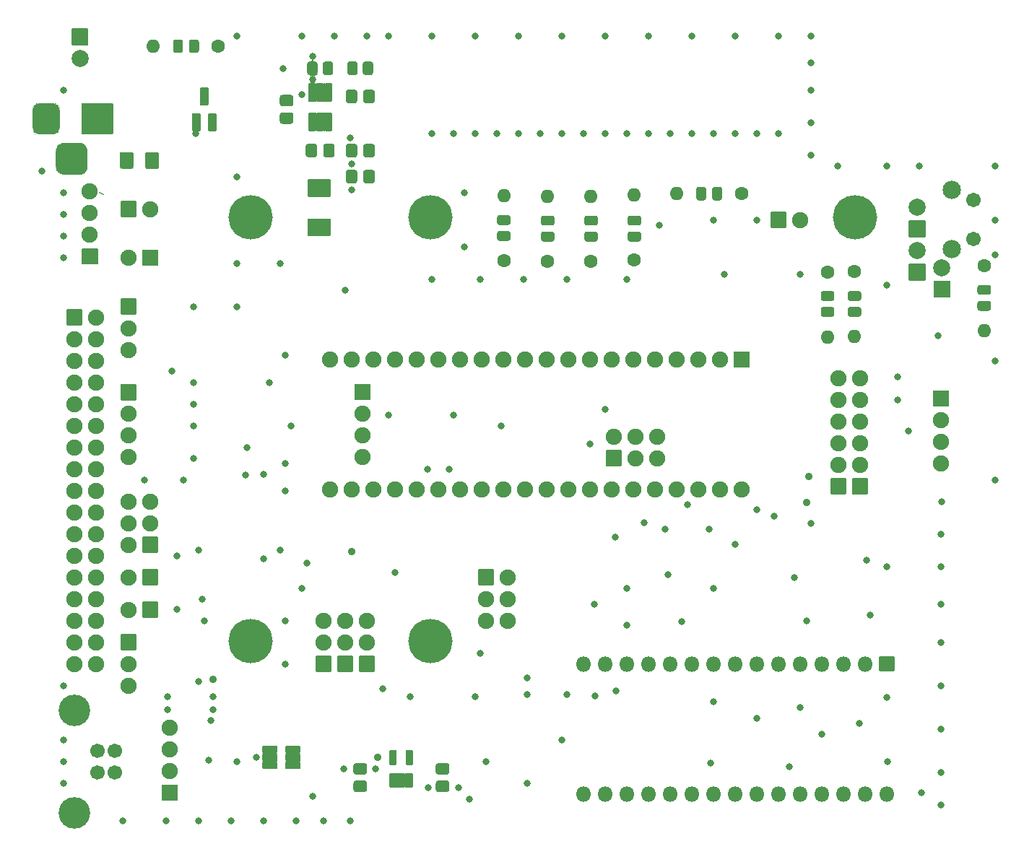
<source format=gbr>
G04 #@! TF.GenerationSoftware,KiCad,Pcbnew,(5.1.9)-1*
G04 #@! TF.CreationDate,2021-03-23T21:01:37+00:00*
G04 #@! TF.ProjectId,Greaseweazle F1 Gotek Rev 2B,47726561-7365-4776-9561-7a6c65204631,2B*
G04 #@! TF.SameCoordinates,PX6312cb0PY6bcb370*
G04 #@! TF.FileFunction,Soldermask,Top*
G04 #@! TF.FilePolarity,Negative*
%FSLAX46Y46*%
G04 Gerber Fmt 4.6, Leading zero omitted, Abs format (unit mm)*
G04 Created by KiCad (PCBNEW (5.1.9)-1) date 2021-03-23 21:01:37*
%MOMM*%
%LPD*%
G01*
G04 APERTURE LIST*
%ADD10C,0.120000*%
%ADD11C,1.900000*%
%ADD12O,1.900000X1.900000*%
%ADD13C,2.000000*%
%ADD14C,5.200000*%
%ADD15C,1.600000*%
%ADD16O,1.600000X1.600000*%
%ADD17O,1.800000X1.800000*%
%ADD18C,1.701140*%
%ADD19C,3.700120*%
%ADD20C,2.150000*%
%ADD21C,1.708000*%
%ADD22C,0.800000*%
%ADD23C,0.900000*%
%ADD24C,0.100000*%
G04 APERTURE END LIST*
D10*
X-2667000Y55118000D02*
X-3175000Y55372000D01*
X-2667000Y55118000D02*
X-3175000Y55372000D01*
D11*
X57150000Y26657300D03*
X59690000Y26657300D03*
X62230000Y26593800D03*
G36*
G01*
X56300000Y25067300D02*
X58000000Y25067300D01*
G75*
G02*
X58100000Y24967300I0J-100000D01*
G01*
X58100000Y23267300D01*
G75*
G02*
X58000000Y23167300I-100000J0D01*
G01*
X56300000Y23167300D01*
G75*
G02*
X56200000Y23267300I0J100000D01*
G01*
X56200000Y24967300D01*
G75*
G02*
X56300000Y25067300I100000J0D01*
G01*
G37*
X62230000Y24117300D03*
X59690000Y24117300D03*
X23876000Y35687000D03*
X23876000Y20447000D03*
X26416000Y35687000D03*
X26416000Y20447000D03*
X28956000Y35687000D03*
X28956000Y20447000D03*
X31496000Y35687000D03*
X31496000Y20447000D03*
X34036000Y35687000D03*
X34036000Y20447000D03*
X36576000Y35687000D03*
X36576000Y20447000D03*
X39116000Y35687000D03*
X39116000Y20447000D03*
X41656000Y35687000D03*
X41656000Y20447000D03*
X44196000Y35687000D03*
X44196000Y20447000D03*
X46736000Y35687000D03*
X46736000Y20447000D03*
X49276000Y35687000D03*
X49276000Y20447000D03*
X51816000Y35687000D03*
X51816000Y20447000D03*
X54356000Y35687000D03*
X54356000Y20447000D03*
X56896000Y35687000D03*
X56896000Y20447000D03*
X59436000Y35687000D03*
X59436000Y20447000D03*
X61976000Y35687000D03*
X61976000Y20447000D03*
X64516000Y35687000D03*
X64516000Y20447000D03*
X67056000Y35687000D03*
X67056000Y20447000D03*
X69596000Y35687000D03*
X69596000Y20447000D03*
G36*
G01*
X71286000Y36637000D02*
X72986000Y36637000D01*
G75*
G02*
X73086000Y36537000I0J-100000D01*
G01*
X73086000Y34837000D01*
G75*
G02*
X72986000Y34737000I-100000J0D01*
G01*
X71286000Y34737000D01*
G75*
G02*
X71186000Y34837000I0J100000D01*
G01*
X71186000Y36537000D01*
G75*
G02*
X71286000Y36637000I100000J0D01*
G01*
G37*
X72136000Y20447000D03*
X27686000Y24257000D03*
X27686000Y26797000D03*
X27686000Y29337000D03*
G36*
G01*
X26836000Y32827000D02*
X28536000Y32827000D01*
G75*
G02*
X28636000Y32727000I0J-100000D01*
G01*
X28636000Y31027000D01*
G75*
G02*
X28536000Y30927000I-100000J0D01*
G01*
X26836000Y30927000D01*
G75*
G02*
X26736000Y31027000I0J100000D01*
G01*
X26736000Y32727000D01*
G75*
G02*
X26836000Y32827000I100000J0D01*
G01*
G37*
G36*
G01*
X849000Y59744913D02*
X849000Y58365087D01*
G75*
G02*
X563913Y58080000I-285087J0D01*
G01*
X-490913Y58080000D01*
G75*
G02*
X-776000Y58365087I0J285087D01*
G01*
X-776000Y59744913D01*
G75*
G02*
X-490913Y60030000I285087J0D01*
G01*
X563913Y60030000D01*
G75*
G02*
X849000Y59744913I0J-285087D01*
G01*
G37*
G36*
G01*
X3824000Y59744913D02*
X3824000Y58365087D01*
G75*
G02*
X3538913Y58080000I-285087J0D01*
G01*
X2484087Y58080000D01*
G75*
G02*
X2199000Y58365087I0J285087D01*
G01*
X2199000Y59744913D01*
G75*
G02*
X2484087Y60030000I285087J0D01*
G01*
X3538913Y60030000D01*
G75*
G02*
X3824000Y59744913I0J-285087D01*
G01*
G37*
X83489800Y33528000D03*
X83489800Y30988000D03*
X83489800Y28448000D03*
X83489800Y25908000D03*
X83489800Y23368000D03*
G36*
G01*
X82539800Y19978000D02*
X82539800Y21678000D01*
G75*
G02*
X82639800Y21778000I100000J0D01*
G01*
X84339800Y21778000D01*
G75*
G02*
X84439800Y21678000I0J-100000D01*
G01*
X84439800Y19978000D01*
G75*
G02*
X84339800Y19878000I-100000J0D01*
G01*
X82639800Y19878000D01*
G75*
G02*
X82539800Y19978000I0J100000D01*
G01*
G37*
G36*
G01*
X23358000Y64668000D02*
X24008000Y64668000D01*
G75*
G02*
X24108000Y64568000I0J-100000D01*
G01*
X24108000Y62568000D01*
G75*
G02*
X24008000Y62468000I-100000J0D01*
G01*
X23358000Y62468000D01*
G75*
G02*
X23258000Y62568000I0J100000D01*
G01*
X23258000Y64568000D01*
G75*
G02*
X23358000Y64668000I100000J0D01*
G01*
G37*
G36*
G01*
X22408000Y64668000D02*
X23058000Y64668000D01*
G75*
G02*
X23158000Y64568000I0J-100000D01*
G01*
X23158000Y62568000D01*
G75*
G02*
X23058000Y62468000I-100000J0D01*
G01*
X22408000Y62468000D01*
G75*
G02*
X22308000Y62568000I0J100000D01*
G01*
X22308000Y64568000D01*
G75*
G02*
X22408000Y64668000I100000J0D01*
G01*
G37*
G36*
G01*
X21458000Y64668000D02*
X22108000Y64668000D01*
G75*
G02*
X22208000Y64568000I0J-100000D01*
G01*
X22208000Y62568000D01*
G75*
G02*
X22108000Y62468000I-100000J0D01*
G01*
X21458000Y62468000D01*
G75*
G02*
X21358000Y62568000I0J100000D01*
G01*
X21358000Y64568000D01*
G75*
G02*
X21458000Y64668000I100000J0D01*
G01*
G37*
G36*
G01*
X21458000Y68088000D02*
X22108000Y68088000D01*
G75*
G02*
X22208000Y67988000I0J-100000D01*
G01*
X22208000Y65988000D01*
G75*
G02*
X22108000Y65888000I-100000J0D01*
G01*
X21458000Y65888000D01*
G75*
G02*
X21358000Y65988000I0J100000D01*
G01*
X21358000Y67988000D01*
G75*
G02*
X21458000Y68088000I100000J0D01*
G01*
G37*
G36*
G01*
X22408000Y68088000D02*
X23058000Y68088000D01*
G75*
G02*
X23158000Y67988000I0J-100000D01*
G01*
X23158000Y65988000D01*
G75*
G02*
X23058000Y65888000I-100000J0D01*
G01*
X22408000Y65888000D01*
G75*
G02*
X22308000Y65988000I0J100000D01*
G01*
X22308000Y67988000D01*
G75*
G02*
X22408000Y68088000I100000J0D01*
G01*
G37*
G36*
G01*
X23358000Y68088000D02*
X24008000Y68088000D01*
G75*
G02*
X24108000Y67988000I0J-100000D01*
G01*
X24108000Y65988000D01*
G75*
G02*
X24008000Y65888000I-100000J0D01*
G01*
X23358000Y65888000D01*
G75*
G02*
X23258000Y65988000I0J100000D01*
G01*
X23258000Y67988000D01*
G75*
G02*
X23358000Y68088000I100000J0D01*
G01*
G37*
G36*
G01*
X18656400Y-11297800D02*
X18656400Y-10647800D01*
G75*
G02*
X18756400Y-10547800I100000J0D01*
G01*
X20316400Y-10547800D01*
G75*
G02*
X20416400Y-10647800I0J-100000D01*
G01*
X20416400Y-11297800D01*
G75*
G02*
X20316400Y-11397800I-100000J0D01*
G01*
X18756400Y-11397800D01*
G75*
G02*
X18656400Y-11297800I0J100000D01*
G01*
G37*
G36*
G01*
X18656400Y-10347800D02*
X18656400Y-9697800D01*
G75*
G02*
X18756400Y-9597800I100000J0D01*
G01*
X20316400Y-9597800D01*
G75*
G02*
X20416400Y-9697800I0J-100000D01*
G01*
X20416400Y-10347800D01*
G75*
G02*
X20316400Y-10447800I-100000J0D01*
G01*
X18756400Y-10447800D01*
G75*
G02*
X18656400Y-10347800I0J100000D01*
G01*
G37*
G36*
G01*
X18656400Y-12247800D02*
X18656400Y-11597800D01*
G75*
G02*
X18756400Y-11497800I100000J0D01*
G01*
X20316400Y-11497800D01*
G75*
G02*
X20416400Y-11597800I0J-100000D01*
G01*
X20416400Y-12247800D01*
G75*
G02*
X20316400Y-12347800I-100000J0D01*
G01*
X18756400Y-12347800D01*
G75*
G02*
X18656400Y-12247800I0J100000D01*
G01*
G37*
G36*
G01*
X15956400Y-12247800D02*
X15956400Y-11597800D01*
G75*
G02*
X16056400Y-11497800I100000J0D01*
G01*
X17616400Y-11497800D01*
G75*
G02*
X17716400Y-11597800I0J-100000D01*
G01*
X17716400Y-12247800D01*
G75*
G02*
X17616400Y-12347800I-100000J0D01*
G01*
X16056400Y-12347800D01*
G75*
G02*
X15956400Y-12247800I0J100000D01*
G01*
G37*
G36*
G01*
X15956400Y-11297800D02*
X15956400Y-10647800D01*
G75*
G02*
X16056400Y-10547800I100000J0D01*
G01*
X17616400Y-10547800D01*
G75*
G02*
X17716400Y-10647800I0J-100000D01*
G01*
X17716400Y-11297800D01*
G75*
G02*
X17616400Y-11397800I-100000J0D01*
G01*
X16056400Y-11397800D01*
G75*
G02*
X15956400Y-11297800I0J100000D01*
G01*
G37*
G36*
G01*
X15956400Y-10347800D02*
X15956400Y-9697800D01*
G75*
G02*
X16056400Y-9597800I100000J0D01*
G01*
X17616400Y-9597800D01*
G75*
G02*
X17716400Y-9697800I0J-100000D01*
G01*
X17716400Y-10347800D01*
G75*
G02*
X17616400Y-10447800I-100000J0D01*
G01*
X16056400Y-10447800D01*
G75*
G02*
X15956400Y-10347800I0J100000D01*
G01*
G37*
G36*
G01*
X9544000Y65474000D02*
X8744000Y65474000D01*
G75*
G02*
X8644000Y65574000I0J100000D01*
G01*
X8644000Y67474000D01*
G75*
G02*
X8744000Y67574000I100000J0D01*
G01*
X9544000Y67574000D01*
G75*
G02*
X9644000Y67474000I0J-100000D01*
G01*
X9644000Y65574000D01*
G75*
G02*
X9544000Y65474000I-100000J0D01*
G01*
G37*
G36*
G01*
X10494000Y62474000D02*
X9694000Y62474000D01*
G75*
G02*
X9594000Y62574000I0J100000D01*
G01*
X9594000Y64474000D01*
G75*
G02*
X9694000Y64574000I100000J0D01*
G01*
X10494000Y64574000D01*
G75*
G02*
X10594000Y64474000I0J-100000D01*
G01*
X10594000Y62574000D01*
G75*
G02*
X10494000Y62474000I-100000J0D01*
G01*
G37*
G36*
G01*
X8594000Y62474000D02*
X7794000Y62474000D01*
G75*
G02*
X7694000Y62574000I0J100000D01*
G01*
X7694000Y64474000D01*
G75*
G02*
X7794000Y64574000I100000J0D01*
G01*
X8594000Y64574000D01*
G75*
G02*
X8694000Y64474000I0J-100000D01*
G01*
X8694000Y62574000D01*
G75*
G02*
X8594000Y62474000I-100000J0D01*
G01*
G37*
D12*
X254000Y10160000D03*
G36*
G01*
X1944000Y11110000D02*
X3644000Y11110000D01*
G75*
G02*
X3744000Y11010000I0J-100000D01*
G01*
X3744000Y9310000D01*
G75*
G02*
X3644000Y9210000I-100000J0D01*
G01*
X1944000Y9210000D01*
G75*
G02*
X1844000Y9310000I0J100000D01*
G01*
X1844000Y11010000D01*
G75*
G02*
X1944000Y11110000I100000J0D01*
G01*
G37*
X254000Y6350000D03*
G36*
G01*
X1944000Y7300000D02*
X3644000Y7300000D01*
G75*
G02*
X3744000Y7200000I0J-100000D01*
G01*
X3744000Y5500000D01*
G75*
G02*
X3644000Y5400000I-100000J0D01*
G01*
X1944000Y5400000D01*
G75*
G02*
X1844000Y5500000I0J100000D01*
G01*
X1844000Y7200000D01*
G75*
G02*
X1944000Y7300000I100000J0D01*
G01*
G37*
D11*
X86014000Y33528000D03*
X86014000Y30988000D03*
X86014000Y28448000D03*
X86014000Y25908000D03*
X86014000Y23368000D03*
G36*
G01*
X85064000Y19978000D02*
X85064000Y21678000D01*
G75*
G02*
X85164000Y21778000I100000J0D01*
G01*
X86864000Y21778000D01*
G75*
G02*
X86964000Y21678000I0J-100000D01*
G01*
X86964000Y19978000D01*
G75*
G02*
X86864000Y19878000I-100000J0D01*
G01*
X85164000Y19878000D01*
G75*
G02*
X85064000Y19978000I0J100000D01*
G01*
G37*
D12*
X2794000Y53340000D03*
G36*
G01*
X1104000Y52390000D02*
X-596000Y52390000D01*
G75*
G02*
X-696000Y52490000I0J100000D01*
G01*
X-696000Y54190000D01*
G75*
G02*
X-596000Y54290000I100000J0D01*
G01*
X1104000Y54290000D01*
G75*
G02*
X1204000Y54190000I0J-100000D01*
G01*
X1204000Y52490000D01*
G75*
G02*
X1104000Y52390000I-100000J0D01*
G01*
G37*
G36*
G01*
X-6348300Y74533000D02*
X-4548300Y74533000D01*
G75*
G02*
X-4448300Y74433000I0J-100000D01*
G01*
X-4448300Y72633000D01*
G75*
G02*
X-4548300Y72533000I-100000J0D01*
G01*
X-6348300Y72533000D01*
G75*
G02*
X-6448300Y72633000I0J100000D01*
G01*
X-6448300Y74433000D01*
G75*
G02*
X-6348300Y74533000I100000J0D01*
G01*
G37*
D13*
X-5448300Y70993000D03*
D12*
X5080000Y-7493000D03*
X5080000Y-10033000D03*
X5080000Y-12573000D03*
G36*
G01*
X6030000Y-14263000D02*
X6030000Y-15963000D01*
G75*
G02*
X5930000Y-16063000I-100000J0D01*
G01*
X4230000Y-16063000D01*
G75*
G02*
X4130000Y-15963000I0J100000D01*
G01*
X4130000Y-14263000D01*
G75*
G02*
X4230000Y-14163000I100000J0D01*
G01*
X5930000Y-14163000D01*
G75*
G02*
X6030000Y-14263000I0J-100000D01*
G01*
G37*
D14*
X85471000Y52387500D03*
X35687000Y2667000D03*
X14605000Y2667000D03*
X35687000Y52387500D03*
X14605000Y52387500D03*
D15*
X44259500Y47307500D03*
D16*
X44259500Y54927500D03*
X49403000Y54864000D03*
D15*
X49403000Y47244000D03*
X54483000Y47244000D03*
D16*
X54483000Y54864000D03*
X59563000Y54991000D03*
D15*
X59563000Y47371000D03*
D16*
X64528700Y55156100D03*
D15*
X72148700Y55156100D03*
X82219800Y45948600D03*
D16*
X82219800Y38328600D03*
X85369400Y38404800D03*
D15*
X85369400Y46024800D03*
X100584000Y46736000D03*
D16*
X100584000Y39116000D03*
X3136900Y72453500D03*
D15*
X10756900Y72453500D03*
D12*
X254000Y47625000D03*
G36*
G01*
X1944000Y48575000D02*
X3644000Y48575000D01*
G75*
G02*
X3744000Y48475000I0J-100000D01*
G01*
X3744000Y46775000D01*
G75*
G02*
X3644000Y46675000I-100000J0D01*
G01*
X1944000Y46675000D01*
G75*
G02*
X1844000Y46775000I0J100000D01*
G01*
X1844000Y48475000D01*
G75*
G02*
X1944000Y48575000I100000J0D01*
G01*
G37*
X-4267200Y55397400D03*
X-4267200Y52857400D03*
X-4267200Y50317400D03*
G36*
G01*
X-3317200Y48627400D02*
X-3317200Y46927400D01*
G75*
G02*
X-3417200Y46827400I-100000J0D01*
G01*
X-5117200Y46827400D01*
G75*
G02*
X-5217200Y46927400I0J100000D01*
G01*
X-5217200Y48627400D01*
G75*
G02*
X-5117200Y48727400I100000J0D01*
G01*
X-3417200Y48727400D01*
G75*
G02*
X-3317200Y48627400I0J-100000D01*
G01*
G37*
G36*
G01*
X-696000Y31001600D02*
X-696000Y32701600D01*
G75*
G02*
X-596000Y32801600I100000J0D01*
G01*
X1104000Y32801600D01*
G75*
G02*
X1204000Y32701600I0J-100000D01*
G01*
X1204000Y31001600D01*
G75*
G02*
X1104000Y30901600I-100000J0D01*
G01*
X-596000Y30901600D01*
G75*
G02*
X-696000Y31001600I0J100000D01*
G01*
G37*
X254000Y29311600D03*
X254000Y26771600D03*
X254000Y24231600D03*
G36*
G01*
X22433000Y70351222D02*
X22433000Y69348778D01*
G75*
G02*
X22134222Y69050000I-298778J0D01*
G01*
X21506778Y69050000D01*
G75*
G02*
X21208000Y69348778I0J298778D01*
G01*
X21208000Y70351222D01*
G75*
G02*
X21506778Y70650000I298778J0D01*
G01*
X22134222Y70650000D01*
G75*
G02*
X22433000Y70351222I0J-298778D01*
G01*
G37*
G36*
G01*
X24258000Y70351222D02*
X24258000Y69348778D01*
G75*
G02*
X23959222Y69050000I-298778J0D01*
G01*
X23331778Y69050000D01*
G75*
G02*
X23033000Y69348778I0J298778D01*
G01*
X23033000Y70351222D01*
G75*
G02*
X23331778Y70650000I298778J0D01*
G01*
X23959222Y70650000D01*
G75*
G02*
X24258000Y70351222I0J-298778D01*
G01*
G37*
G36*
G01*
X27132000Y70351222D02*
X27132000Y69348778D01*
G75*
G02*
X26833222Y69050000I-298778J0D01*
G01*
X26205778Y69050000D01*
G75*
G02*
X25907000Y69348778I0J298778D01*
G01*
X25907000Y70351222D01*
G75*
G02*
X26205778Y70650000I298778J0D01*
G01*
X26833222Y70650000D01*
G75*
G02*
X27132000Y70351222I0J-298778D01*
G01*
G37*
G36*
G01*
X28957000Y70351222D02*
X28957000Y69348778D01*
G75*
G02*
X28658222Y69050000I-298778J0D01*
G01*
X28030778Y69050000D01*
G75*
G02*
X27732000Y69348778I0J298778D01*
G01*
X27732000Y70351222D01*
G75*
G02*
X28030778Y70650000I298778J0D01*
G01*
X28658222Y70650000D01*
G75*
G02*
X28957000Y70351222I0J-298778D01*
G01*
G37*
G36*
G01*
X23856000Y50142400D02*
X21356000Y50142400D01*
G75*
G02*
X21256000Y50242400I0J100000D01*
G01*
X21256000Y52142400D01*
G75*
G02*
X21356000Y52242400I100000J0D01*
G01*
X23856000Y52242400D01*
G75*
G02*
X23956000Y52142400I0J-100000D01*
G01*
X23956000Y50242400D01*
G75*
G02*
X23856000Y50142400I-100000J0D01*
G01*
G37*
G36*
G01*
X23856000Y54742400D02*
X21356000Y54742400D01*
G75*
G02*
X21256000Y54842400I0J100000D01*
G01*
X21256000Y56742400D01*
G75*
G02*
X21356000Y56842400I100000J0D01*
G01*
X23856000Y56842400D01*
G75*
G02*
X23956000Y56742400I0J-100000D01*
G01*
X23956000Y54842400D01*
G75*
G02*
X23856000Y54742400I-100000J0D01*
G01*
G37*
X254000Y36830000D03*
X254000Y39370000D03*
G36*
G01*
X-696000Y41060000D02*
X-696000Y42760000D01*
G75*
G02*
X-596000Y42860000I100000J0D01*
G01*
X1104000Y42860000D01*
G75*
G02*
X1204000Y42760000I0J-100000D01*
G01*
X1204000Y41060000D01*
G75*
G02*
X1104000Y40960000I-100000J0D01*
G01*
X-596000Y40960000D01*
G75*
G02*
X-696000Y41060000I0J100000D01*
G01*
G37*
G36*
G01*
X27082000Y57656523D02*
X27082000Y56643477D01*
G75*
G02*
X26788523Y56350000I-293477J0D01*
G01*
X26025477Y56350000D01*
G75*
G02*
X25732000Y56643477I0J293477D01*
G01*
X25732000Y57656523D01*
G75*
G02*
X26025477Y57950000I293477J0D01*
G01*
X26788523Y57950000D01*
G75*
G02*
X27082000Y57656523I0J-293477D01*
G01*
G37*
G36*
G01*
X29132000Y57656523D02*
X29132000Y56643477D01*
G75*
G02*
X28838523Y56350000I-293477J0D01*
G01*
X28075477Y56350000D01*
G75*
G02*
X27782000Y56643477I0J293477D01*
G01*
X27782000Y57656523D01*
G75*
G02*
X28075477Y57950000I293477J0D01*
G01*
X28838523Y57950000D01*
G75*
G02*
X29132000Y57656523I0J-293477D01*
G01*
G37*
G36*
G01*
X29132000Y60704523D02*
X29132000Y59691477D01*
G75*
G02*
X28838523Y59398000I-293477J0D01*
G01*
X28075477Y59398000D01*
G75*
G02*
X27782000Y59691477I0J293477D01*
G01*
X27782000Y60704523D01*
G75*
G02*
X28075477Y60998000I293477J0D01*
G01*
X28838523Y60998000D01*
G75*
G02*
X29132000Y60704523I0J-293477D01*
G01*
G37*
G36*
G01*
X27082000Y60704523D02*
X27082000Y59691477D01*
G75*
G02*
X26788523Y59398000I-293477J0D01*
G01*
X26025477Y59398000D01*
G75*
G02*
X25732000Y59691477I0J293477D01*
G01*
X25732000Y60704523D01*
G75*
G02*
X26025477Y60998000I293477J0D01*
G01*
X26788523Y60998000D01*
G75*
G02*
X27082000Y60704523I0J-293477D01*
G01*
G37*
G36*
G01*
X27082000Y67054523D02*
X27082000Y66041477D01*
G75*
G02*
X26788523Y65748000I-293477J0D01*
G01*
X26025477Y65748000D01*
G75*
G02*
X25732000Y66041477I0J293477D01*
G01*
X25732000Y67054523D01*
G75*
G02*
X26025477Y67348000I293477J0D01*
G01*
X26788523Y67348000D01*
G75*
G02*
X27082000Y67054523I0J-293477D01*
G01*
G37*
G36*
G01*
X29132000Y67054523D02*
X29132000Y66041477D01*
G75*
G02*
X28838523Y65748000I-293477J0D01*
G01*
X28075477Y65748000D01*
G75*
G02*
X27782000Y66041477I0J293477D01*
G01*
X27782000Y67054523D01*
G75*
G02*
X28075477Y67348000I293477J0D01*
G01*
X28838523Y67348000D01*
G75*
G02*
X29132000Y67054523I0J-293477D01*
G01*
G37*
G36*
G01*
X22383000Y60704523D02*
X22383000Y59691477D01*
G75*
G02*
X22089523Y59398000I-293477J0D01*
G01*
X21326477Y59398000D01*
G75*
G02*
X21033000Y59691477I0J293477D01*
G01*
X21033000Y60704523D01*
G75*
G02*
X21326477Y60998000I293477J0D01*
G01*
X22089523Y60998000D01*
G75*
G02*
X22383000Y60704523I0J-293477D01*
G01*
G37*
G36*
G01*
X24433000Y60704523D02*
X24433000Y59691477D01*
G75*
G02*
X24139523Y59398000I-293477J0D01*
G01*
X23376477Y59398000D01*
G75*
G02*
X23083000Y59691477I0J293477D01*
G01*
X23083000Y60704523D01*
G75*
G02*
X23376477Y60998000I293477J0D01*
G01*
X24139523Y60998000D01*
G75*
G02*
X24433000Y60704523I0J-293477D01*
G01*
G37*
G36*
G01*
X19302523Y65374000D02*
X18289477Y65374000D01*
G75*
G02*
X17996000Y65667477I0J293477D01*
G01*
X17996000Y66430523D01*
G75*
G02*
X18289477Y66724000I293477J0D01*
G01*
X19302523Y66724000D01*
G75*
G02*
X19596000Y66430523I0J-293477D01*
G01*
X19596000Y65667477D01*
G75*
G02*
X19302523Y65374000I-293477J0D01*
G01*
G37*
G36*
G01*
X19302523Y63324000D02*
X18289477Y63324000D01*
G75*
G02*
X17996000Y63617477I0J293477D01*
G01*
X17996000Y64380523D01*
G75*
G02*
X18289477Y64674000I293477J0D01*
G01*
X19302523Y64674000D01*
G75*
G02*
X19596000Y64380523I0J-293477D01*
G01*
X19596000Y63617477D01*
G75*
G02*
X19302523Y63324000I-293477J0D01*
G01*
G37*
G36*
G01*
X31602201Y-11849000D02*
X30952201Y-11849000D01*
G75*
G02*
X30852201Y-11749000I0J100000D01*
G01*
X30852201Y-10189000D01*
G75*
G02*
X30952201Y-10089000I100000J0D01*
G01*
X31602201Y-10089000D01*
G75*
G02*
X31702201Y-10189000I0J-100000D01*
G01*
X31702201Y-11749000D01*
G75*
G02*
X31602201Y-11849000I-100000J0D01*
G01*
G37*
G36*
G01*
X33502201Y-11849000D02*
X32852201Y-11849000D01*
G75*
G02*
X32752201Y-11749000I0J100000D01*
G01*
X32752201Y-10189000D01*
G75*
G02*
X32852201Y-10089000I100000J0D01*
G01*
X33502201Y-10089000D01*
G75*
G02*
X33602201Y-10189000I0J-100000D01*
G01*
X33602201Y-11749000D01*
G75*
G02*
X33502201Y-11849000I-100000J0D01*
G01*
G37*
G36*
G01*
X33502201Y-14549000D02*
X32852201Y-14549000D01*
G75*
G02*
X32752201Y-14449000I0J100000D01*
G01*
X32752201Y-12889000D01*
G75*
G02*
X32852201Y-12789000I100000J0D01*
G01*
X33502201Y-12789000D01*
G75*
G02*
X33602201Y-12889000I0J-100000D01*
G01*
X33602201Y-14449000D01*
G75*
G02*
X33502201Y-14549000I-100000J0D01*
G01*
G37*
G36*
G01*
X32552201Y-14549000D02*
X31902201Y-14549000D01*
G75*
G02*
X31802201Y-14449000I0J100000D01*
G01*
X31802201Y-12889000D01*
G75*
G02*
X31902201Y-12789000I100000J0D01*
G01*
X32552201Y-12789000D01*
G75*
G02*
X32652201Y-12889000I0J-100000D01*
G01*
X32652201Y-14449000D01*
G75*
G02*
X32552201Y-14549000I-100000J0D01*
G01*
G37*
G36*
G01*
X31602201Y-14549000D02*
X30952201Y-14549000D01*
G75*
G02*
X30852201Y-14449000I0J100000D01*
G01*
X30852201Y-12889000D01*
G75*
G02*
X30952201Y-12789000I100000J0D01*
G01*
X31602201Y-12789000D01*
G75*
G02*
X31702201Y-12889000I0J-100000D01*
G01*
X31702201Y-14449000D01*
G75*
G02*
X31602201Y-14549000I-100000J0D01*
G01*
G37*
G36*
G01*
X77304000Y51120000D02*
X75604000Y51120000D01*
G75*
G02*
X75504000Y51220000I0J100000D01*
G01*
X75504000Y52920000D01*
G75*
G02*
X75604000Y53020000I100000J0D01*
G01*
X77304000Y53020000D01*
G75*
G02*
X77404000Y52920000I0J-100000D01*
G01*
X77404000Y51220000D01*
G75*
G02*
X77304000Y51120000I-100000J0D01*
G01*
G37*
X78994000Y52070000D03*
G36*
G01*
X88354000Y900000D02*
X89954000Y900000D01*
G75*
G02*
X90054000Y800000I0J-100000D01*
G01*
X90054000Y-800000D01*
G75*
G02*
X89954000Y-900000I-100000J0D01*
G01*
X88354000Y-900000D01*
G75*
G02*
X88254000Y-800000I0J100000D01*
G01*
X88254000Y800000D01*
G75*
G02*
X88354000Y900000I100000J0D01*
G01*
G37*
D17*
X56134000Y-15240000D03*
X86614000Y0D03*
X58674000Y-15240000D03*
X84074000Y0D03*
X61214000Y-15240000D03*
X81534000Y0D03*
X63754000Y-15240000D03*
X78994000Y0D03*
X66294000Y-15240000D03*
X76454000Y0D03*
X68834000Y-15240000D03*
X73914000Y0D03*
X71374000Y-15240000D03*
X71374000Y0D03*
X73914000Y-15240000D03*
X68834000Y0D03*
X76454000Y-15240000D03*
X66294000Y0D03*
X78994000Y-15240000D03*
X63754000Y0D03*
X81534000Y-15240000D03*
X61214000Y0D03*
X84074000Y-15240000D03*
X58674000Y0D03*
X86614000Y-15240000D03*
X56134000Y0D03*
X89154000Y-15240000D03*
X53594000Y0D03*
X53594000Y-15240000D03*
D18*
X-3378200Y-10225400D03*
X-3378200Y-12714600D03*
X-1371600Y-12714600D03*
X-1371600Y-10225400D03*
D19*
X-6096000Y-5450200D03*
X-6096000Y-17489800D03*
G36*
G01*
X29144000Y850000D02*
X29144000Y-850000D01*
G75*
G02*
X29044000Y-950000I-100000J0D01*
G01*
X27344000Y-950000D01*
G75*
G02*
X27244000Y-850000I0J100000D01*
G01*
X27244000Y850000D01*
G75*
G02*
X27344000Y950000I100000J0D01*
G01*
X29044000Y950000D01*
G75*
G02*
X29144000Y850000I0J-100000D01*
G01*
G37*
D12*
X28194000Y2540000D03*
X28194000Y5080000D03*
G36*
G01*
X26604000Y850000D02*
X26604000Y-850000D01*
G75*
G02*
X26504000Y-950000I-100000J0D01*
G01*
X24804000Y-950000D01*
G75*
G02*
X24704000Y-850000I0J100000D01*
G01*
X24704000Y850000D01*
G75*
G02*
X24804000Y950000I100000J0D01*
G01*
X26504000Y950000D01*
G75*
G02*
X26604000Y850000I0J-100000D01*
G01*
G37*
X25654000Y2540000D03*
X25654000Y5080000D03*
G36*
G01*
X24064000Y850000D02*
X24064000Y-850000D01*
G75*
G02*
X23964000Y-950000I-100000J0D01*
G01*
X22264000Y-950000D01*
G75*
G02*
X22164000Y-850000I0J100000D01*
G01*
X22164000Y850000D01*
G75*
G02*
X22264000Y950000I100000J0D01*
G01*
X23964000Y950000D01*
G75*
G02*
X24064000Y850000I0J-100000D01*
G01*
G37*
X23114000Y2540000D03*
X23114000Y5080000D03*
G36*
G01*
X-696000Y1690000D02*
X-696000Y3390000D01*
G75*
G02*
X-596000Y3490000I100000J0D01*
G01*
X1104000Y3490000D01*
G75*
G02*
X1204000Y3390000I0J-100000D01*
G01*
X1204000Y1690000D01*
G75*
G02*
X1104000Y1590000I-100000J0D01*
G01*
X-596000Y1590000D01*
G75*
G02*
X-696000Y1690000I0J100000D01*
G01*
G37*
X254000Y0D03*
X254000Y-2540000D03*
G36*
G01*
X41214000Y9310000D02*
X41214000Y11010000D01*
G75*
G02*
X41314000Y11110000I100000J0D01*
G01*
X43014000Y11110000D01*
G75*
G02*
X43114000Y11010000I0J-100000D01*
G01*
X43114000Y9310000D01*
G75*
G02*
X43014000Y9210000I-100000J0D01*
G01*
X41314000Y9210000D01*
G75*
G02*
X41214000Y9310000I0J100000D01*
G01*
G37*
X44704000Y10160000D03*
X42164000Y7620000D03*
X44704000Y7620000D03*
X42164000Y5080000D03*
X44704000Y5080000D03*
G36*
G01*
X36577477Y-11635000D02*
X37590523Y-11635000D01*
G75*
G02*
X37884000Y-11928477I0J-293477D01*
G01*
X37884000Y-12691523D01*
G75*
G02*
X37590523Y-12985000I-293477J0D01*
G01*
X36577477Y-12985000D01*
G75*
G02*
X36284000Y-12691523I0J293477D01*
G01*
X36284000Y-11928477D01*
G75*
G02*
X36577477Y-11635000I293477J0D01*
G01*
G37*
G36*
G01*
X36577477Y-13685000D02*
X37590523Y-13685000D01*
G75*
G02*
X37884000Y-13978477I0J-293477D01*
G01*
X37884000Y-14741523D01*
G75*
G02*
X37590523Y-15035000I-293477J0D01*
G01*
X36577477Y-15035000D01*
G75*
G02*
X36284000Y-14741523I0J293477D01*
G01*
X36284000Y-13978477D01*
G75*
G02*
X36577477Y-13685000I293477J0D01*
G01*
G37*
G36*
G01*
X27938523Y-15035000D02*
X26925477Y-15035000D01*
G75*
G02*
X26632000Y-14741523I0J293477D01*
G01*
X26632000Y-13978477D01*
G75*
G02*
X26925477Y-13685000I293477J0D01*
G01*
X27938523Y-13685000D01*
G75*
G02*
X28232000Y-13978477I0J-293477D01*
G01*
X28232000Y-14741523D01*
G75*
G02*
X27938523Y-15035000I-293477J0D01*
G01*
G37*
G36*
G01*
X27938523Y-12985000D02*
X26925477Y-12985000D01*
G75*
G02*
X26632000Y-12691523I0J293477D01*
G01*
X26632000Y-11928477D01*
G75*
G02*
X26925477Y-11635000I293477J0D01*
G01*
X27938523Y-11635000D01*
G75*
G02*
X28232000Y-11928477I0J-293477D01*
G01*
X28232000Y-12691523D01*
G75*
G02*
X27938523Y-12985000I-293477J0D01*
G01*
G37*
G36*
G01*
X3744000Y14820000D02*
X3744000Y13120000D01*
G75*
G02*
X3644000Y13020000I-100000J0D01*
G01*
X1944000Y13020000D01*
G75*
G02*
X1844000Y13120000I0J100000D01*
G01*
X1844000Y14820000D01*
G75*
G02*
X1944000Y14920000I100000J0D01*
G01*
X3644000Y14920000D01*
G75*
G02*
X3744000Y14820000I0J-100000D01*
G01*
G37*
X254000Y13970000D03*
X2794000Y16510000D03*
X254000Y16510000D03*
X2794000Y19050000D03*
X254000Y19050000D03*
G36*
G01*
X5472700Y71934550D02*
X5472700Y72947050D01*
G75*
G02*
X5766450Y73240800I293750J0D01*
G01*
X6353950Y73240800D01*
G75*
G02*
X6647700Y72947050I0J-293750D01*
G01*
X6647700Y71934550D01*
G75*
G02*
X6353950Y71640800I-293750J0D01*
G01*
X5766450Y71640800D01*
G75*
G02*
X5472700Y71934550I0J293750D01*
G01*
G37*
G36*
G01*
X7347700Y71934550D02*
X7347700Y72947050D01*
G75*
G02*
X7641450Y73240800I293750J0D01*
G01*
X8228950Y73240800D01*
G75*
G02*
X8522700Y72947050I0J-293750D01*
G01*
X8522700Y71934550D01*
G75*
G02*
X8228950Y71640800I-293750J0D01*
G01*
X7641450Y71640800D01*
G75*
G02*
X7347700Y71934550I0J293750D01*
G01*
G37*
G36*
G01*
X-5248000Y62169100D02*
X-5248000Y65669100D01*
G75*
G02*
X-5148000Y65769100I100000J0D01*
G01*
X-1648000Y65769100D01*
G75*
G02*
X-1548000Y65669100I0J-100000D01*
G01*
X-1548000Y62169100D01*
G75*
G02*
X-1648000Y62069100I-100000J0D01*
G01*
X-5148000Y62069100D01*
G75*
G02*
X-5248000Y62169100I0J100000D01*
G01*
G37*
G36*
G01*
X-10998000Y62869100D02*
X-10998000Y64969100D01*
G75*
G02*
X-10198000Y65769100I800000J0D01*
G01*
X-8598000Y65769100D01*
G75*
G02*
X-7798000Y64969100I0J-800000D01*
G01*
X-7798000Y62869100D01*
G75*
G02*
X-8598000Y62069100I-800000J0D01*
G01*
X-10198000Y62069100D01*
G75*
G02*
X-10998000Y62869100I0J800000D01*
G01*
G37*
G36*
G01*
X-8248000Y58294100D02*
X-8248000Y60144100D01*
G75*
G02*
X-7323000Y61069100I925000J0D01*
G01*
X-5473000Y61069100D01*
G75*
G02*
X-4548000Y60144100I0J-925000D01*
G01*
X-4548000Y58294100D01*
G75*
G02*
X-5473000Y57369100I-925000J0D01*
G01*
X-7323000Y57369100D01*
G75*
G02*
X-8248000Y58294100I0J925000D01*
G01*
G37*
G36*
G01*
X96531000Y42942000D02*
X94731000Y42942000D01*
G75*
G02*
X94631000Y43042000I0J100000D01*
G01*
X94631000Y44842000D01*
G75*
G02*
X94731000Y44942000I100000J0D01*
G01*
X96531000Y44942000D01*
G75*
G02*
X96631000Y44842000I0J-100000D01*
G01*
X96631000Y43042000D01*
G75*
G02*
X96531000Y42942000I-100000J0D01*
G01*
G37*
D13*
X95631000Y46482000D03*
G36*
G01*
X100077750Y44451000D02*
X101090250Y44451000D01*
G75*
G02*
X101384000Y44157250I0J-293750D01*
G01*
X101384000Y43569750D01*
G75*
G02*
X101090250Y43276000I-293750J0D01*
G01*
X100077750Y43276000D01*
G75*
G02*
X99784000Y43569750I0J293750D01*
G01*
X99784000Y44157250D01*
G75*
G02*
X100077750Y44451000I293750J0D01*
G01*
G37*
G36*
G01*
X100077750Y42576000D02*
X101090250Y42576000D01*
G75*
G02*
X101384000Y42282250I0J-293750D01*
G01*
X101384000Y41694750D01*
G75*
G02*
X101090250Y41401000I-293750J0D01*
G01*
X100077750Y41401000D01*
G75*
G02*
X99784000Y41694750I0J293750D01*
G01*
X99784000Y42282250D01*
G75*
G02*
X100077750Y42576000I293750J0D01*
G01*
G37*
G36*
G01*
X94554000Y30265000D02*
X94554000Y31965000D01*
G75*
G02*
X94654000Y32065000I100000J0D01*
G01*
X96354000Y32065000D01*
G75*
G02*
X96454000Y31965000I0J-100000D01*
G01*
X96454000Y30265000D01*
G75*
G02*
X96354000Y30165000I-100000J0D01*
G01*
X94654000Y30165000D01*
G75*
G02*
X94554000Y30265000I0J100000D01*
G01*
G37*
D12*
X95504000Y28575000D03*
X95504000Y26035000D03*
X95504000Y23495000D03*
G36*
G01*
X93610000Y44948600D02*
X91810000Y44948600D01*
G75*
G02*
X91710000Y45048600I0J100000D01*
G01*
X91710000Y46848600D01*
G75*
G02*
X91810000Y46948600I100000J0D01*
G01*
X93610000Y46948600D01*
G75*
G02*
X93710000Y46848600I0J-100000D01*
G01*
X93710000Y45048600D01*
G75*
G02*
X93610000Y44948600I-100000J0D01*
G01*
G37*
D13*
X92710000Y48488600D03*
G36*
G01*
X93610000Y50003200D02*
X91810000Y50003200D01*
G75*
G02*
X91710000Y50103200I0J100000D01*
G01*
X91710000Y51903200D01*
G75*
G02*
X91810000Y52003200I100000J0D01*
G01*
X93610000Y52003200D01*
G75*
G02*
X93710000Y51903200I0J-100000D01*
G01*
X93710000Y50103200D01*
G75*
G02*
X93610000Y50003200I-100000J0D01*
G01*
G37*
X92710000Y53543200D03*
D20*
X96814000Y55620800D03*
X96814000Y48620800D03*
D21*
X99314000Y54395800D03*
X99314000Y49845800D03*
G36*
G01*
X84863150Y43739800D02*
X85875650Y43739800D01*
G75*
G02*
X86169400Y43446050I0J-293750D01*
G01*
X86169400Y42858550D01*
G75*
G02*
X85875650Y42564800I-293750J0D01*
G01*
X84863150Y42564800D01*
G75*
G02*
X84569400Y42858550I0J293750D01*
G01*
X84569400Y43446050D01*
G75*
G02*
X84863150Y43739800I293750J0D01*
G01*
G37*
G36*
G01*
X84863150Y41864800D02*
X85875650Y41864800D01*
G75*
G02*
X86169400Y41571050I0J-293750D01*
G01*
X86169400Y40983550D01*
G75*
G02*
X85875650Y40689800I-293750J0D01*
G01*
X84863150Y40689800D01*
G75*
G02*
X84569400Y40983550I0J293750D01*
G01*
X84569400Y41571050D01*
G75*
G02*
X84863150Y41864800I293750J0D01*
G01*
G37*
G36*
G01*
X81713550Y43739800D02*
X82726050Y43739800D01*
G75*
G02*
X83019800Y43446050I0J-293750D01*
G01*
X83019800Y42858550D01*
G75*
G02*
X82726050Y42564800I-293750J0D01*
G01*
X81713550Y42564800D01*
G75*
G02*
X81419800Y42858550I0J293750D01*
G01*
X81419800Y43446050D01*
G75*
G02*
X81713550Y43739800I293750J0D01*
G01*
G37*
G36*
G01*
X81713550Y41864800D02*
X82726050Y41864800D01*
G75*
G02*
X83019800Y41571050I0J-293750D01*
G01*
X83019800Y40983550D01*
G75*
G02*
X82726050Y40689800I-293750J0D01*
G01*
X81713550Y40689800D01*
G75*
G02*
X81419800Y40983550I0J293750D01*
G01*
X81419800Y41571050D01*
G75*
G02*
X81713550Y41864800I293750J0D01*
G01*
G37*
G36*
G01*
X-7046000Y39790000D02*
X-7046000Y41490000D01*
G75*
G02*
X-6946000Y41590000I100000J0D01*
G01*
X-5246000Y41590000D01*
G75*
G02*
X-5146000Y41490000I0J-100000D01*
G01*
X-5146000Y39790000D01*
G75*
G02*
X-5246000Y39690000I-100000J0D01*
G01*
X-6946000Y39690000D01*
G75*
G02*
X-7046000Y39790000I0J100000D01*
G01*
G37*
D12*
X-3556000Y40640000D03*
X-6096000Y38100000D03*
X-3556000Y38100000D03*
X-6096000Y35560000D03*
X-3556000Y35560000D03*
X-6096000Y33020000D03*
X-3556000Y33020000D03*
X-6096000Y30480000D03*
X-3556000Y30480000D03*
X-6096000Y27940000D03*
X-3556000Y27940000D03*
X-6096000Y25400000D03*
X-3556000Y25400000D03*
X-6096000Y22860000D03*
X-3556000Y22860000D03*
X-6096000Y20320000D03*
X-3556000Y20320000D03*
X-6096000Y17780000D03*
X-3556000Y17780000D03*
X-6096000Y15240000D03*
X-3556000Y15240000D03*
X-6096000Y12700000D03*
X-3556000Y12700000D03*
X-6096000Y10160000D03*
X-3556000Y10160000D03*
X-6096000Y7620000D03*
X-3556000Y7620000D03*
X-6096000Y5080000D03*
X-3556000Y5080000D03*
X-6096000Y2540000D03*
X-3556000Y2540000D03*
X-6096000Y0D03*
X-3556000Y0D03*
G36*
G01*
X60069250Y49529000D02*
X59056750Y49529000D01*
G75*
G02*
X58763000Y49822750I0J293750D01*
G01*
X58763000Y50410250D01*
G75*
G02*
X59056750Y50704000I293750J0D01*
G01*
X60069250Y50704000D01*
G75*
G02*
X60363000Y50410250I0J-293750D01*
G01*
X60363000Y49822750D01*
G75*
G02*
X60069250Y49529000I-293750J0D01*
G01*
G37*
G36*
G01*
X60069250Y51404000D02*
X59056750Y51404000D01*
G75*
G02*
X58763000Y51697750I0J293750D01*
G01*
X58763000Y52285250D01*
G75*
G02*
X59056750Y52579000I293750J0D01*
G01*
X60069250Y52579000D01*
G75*
G02*
X60363000Y52285250I0J-293750D01*
G01*
X60363000Y51697750D01*
G75*
G02*
X60069250Y51404000I-293750J0D01*
G01*
G37*
G36*
G01*
X44765750Y49592500D02*
X43753250Y49592500D01*
G75*
G02*
X43459500Y49886250I0J293750D01*
G01*
X43459500Y50473750D01*
G75*
G02*
X43753250Y50767500I293750J0D01*
G01*
X44765750Y50767500D01*
G75*
G02*
X45059500Y50473750I0J-293750D01*
G01*
X45059500Y49886250D01*
G75*
G02*
X44765750Y49592500I-293750J0D01*
G01*
G37*
G36*
G01*
X44765750Y51467500D02*
X43753250Y51467500D01*
G75*
G02*
X43459500Y51761250I0J293750D01*
G01*
X43459500Y52348750D01*
G75*
G02*
X43753250Y52642500I293750J0D01*
G01*
X44765750Y52642500D01*
G75*
G02*
X45059500Y52348750I0J-293750D01*
G01*
X45059500Y51761250D01*
G75*
G02*
X44765750Y51467500I-293750J0D01*
G01*
G37*
G36*
G01*
X49909250Y49529000D02*
X48896750Y49529000D01*
G75*
G02*
X48603000Y49822750I0J293750D01*
G01*
X48603000Y50410250D01*
G75*
G02*
X48896750Y50704000I293750J0D01*
G01*
X49909250Y50704000D01*
G75*
G02*
X50203000Y50410250I0J-293750D01*
G01*
X50203000Y49822750D01*
G75*
G02*
X49909250Y49529000I-293750J0D01*
G01*
G37*
G36*
G01*
X49909250Y51404000D02*
X48896750Y51404000D01*
G75*
G02*
X48603000Y51697750I0J293750D01*
G01*
X48603000Y52285250D01*
G75*
G02*
X48896750Y52579000I293750J0D01*
G01*
X49909250Y52579000D01*
G75*
G02*
X50203000Y52285250I0J-293750D01*
G01*
X50203000Y51697750D01*
G75*
G02*
X49909250Y51404000I-293750J0D01*
G01*
G37*
G36*
G01*
X54989250Y49529000D02*
X53976750Y49529000D01*
G75*
G02*
X53683000Y49822750I0J293750D01*
G01*
X53683000Y50410250D01*
G75*
G02*
X53976750Y50704000I293750J0D01*
G01*
X54989250Y50704000D01*
G75*
G02*
X55283000Y50410250I0J-293750D01*
G01*
X55283000Y49822750D01*
G75*
G02*
X54989250Y49529000I-293750J0D01*
G01*
G37*
G36*
G01*
X54989250Y51404000D02*
X53976750Y51404000D01*
G75*
G02*
X53683000Y51697750I0J293750D01*
G01*
X53683000Y52285250D01*
G75*
G02*
X53976750Y52579000I293750J0D01*
G01*
X54989250Y52579000D01*
G75*
G02*
X55283000Y52285250I0J-293750D01*
G01*
X55283000Y51697750D01*
G75*
G02*
X54989250Y51404000I-293750J0D01*
G01*
G37*
G36*
G01*
X69863700Y55662350D02*
X69863700Y54649850D01*
G75*
G02*
X69569950Y54356100I-293750J0D01*
G01*
X68982450Y54356100D01*
G75*
G02*
X68688700Y54649850I0J293750D01*
G01*
X68688700Y55662350D01*
G75*
G02*
X68982450Y55956100I293750J0D01*
G01*
X69569950Y55956100D01*
G75*
G02*
X69863700Y55662350I0J-293750D01*
G01*
G37*
G36*
G01*
X67988700Y55662350D02*
X67988700Y54649850D01*
G75*
G02*
X67694950Y54356100I-293750J0D01*
G01*
X67107450Y54356100D01*
G75*
G02*
X66813700Y54649850I0J293750D01*
G01*
X66813700Y55662350D01*
G75*
G02*
X67107450Y55956100I293750J0D01*
G01*
X67694950Y55956100D01*
G75*
G02*
X67988700Y55662350I0J-293750D01*
G01*
G37*
D22*
X95631000Y19050000D03*
X95504000Y-16510000D03*
X65760600Y18643600D03*
X68376800Y15773400D03*
X95504000Y-7620000D03*
X95504000Y2540000D03*
X95504000Y11430000D03*
X12954000Y73660000D03*
X80264000Y73660000D03*
X80264000Y59690000D03*
X80264000Y67310000D03*
X101854000Y58420000D03*
X71374000Y73660000D03*
X89154000Y58420000D03*
X101854000Y35560000D03*
X101854000Y21590000D03*
X101854000Y48006000D03*
X63500000Y10439400D03*
X43992800Y27914600D03*
X54406800Y25781000D03*
X54864000Y6985000D03*
X73914000Y52070000D03*
X95173800Y38506400D03*
X68834000Y8890000D03*
X89281000Y-11430000D03*
X89154000Y-3937000D03*
X73914000Y-6350000D03*
X51054000Y-8890000D03*
X42164000Y-11430000D03*
X40894000Y-3810000D03*
X21844000Y-15494000D03*
X-7366000Y-11430000D03*
X20574000Y8890000D03*
X6731000Y21590000D03*
X68834000Y52070000D03*
X89154000Y44450000D03*
X65151000Y4953000D03*
X58674000Y8890000D03*
X30734000Y29210000D03*
X89154000Y11430000D03*
X33274000Y-3810000D03*
X30099000Y-2921000D03*
X31496000Y10693400D03*
X46964600Y-3606800D03*
X47040800Y-14046200D03*
X68478400Y-11633200D03*
X90424000Y30988000D03*
X38354000Y29210000D03*
X20574000Y73660000D03*
X24384000Y73660000D03*
X28194000Y73660000D03*
X30734000Y73660000D03*
X86817200Y12115800D03*
X79730600Y5080000D03*
X61214000Y62230000D03*
X58674000Y62230000D03*
X56134000Y62230000D03*
X53594000Y62230000D03*
X51054000Y62230000D03*
X48514000Y62230000D03*
X45974000Y62230000D03*
X43434000Y62230000D03*
X40894000Y62230000D03*
X38354000Y62230000D03*
X35814000Y62230000D03*
X35814000Y73660000D03*
X40894000Y73660000D03*
X45974000Y73660000D03*
X51054000Y73660000D03*
X56134000Y73660000D03*
X61214000Y73660000D03*
X66294000Y73660000D03*
X76454000Y73660000D03*
X80264000Y63500000D03*
X80264000Y70485000D03*
X83439000Y58420000D03*
X92964000Y58420000D03*
X101854000Y52070000D03*
X95504000Y15240000D03*
X95504000Y6985000D03*
X95504000Y-2540000D03*
X95504000Y-12700000D03*
X-381000Y-18415000D03*
X4699000Y-18415000D03*
X8509000Y-18415000D03*
X12319000Y-18415000D03*
X16129000Y-18415000D03*
X19939000Y-18415000D03*
X23114000Y-18415000D03*
X26289000Y-18415000D03*
X-7366000Y-8890000D03*
X-7366000Y-13970000D03*
X-7366000Y-2540000D03*
X-7366000Y47625000D03*
X-7366000Y50165000D03*
X-7366000Y52705000D03*
X-7366000Y55245000D03*
X-9906000Y57785000D03*
X-7366000Y67310000D03*
X81534000Y-8255000D03*
X56134000Y29845000D03*
X12954000Y46990000D03*
X12954000Y41910000D03*
X7874000Y41910000D03*
X39624000Y55245000D03*
X39624000Y48895000D03*
X62484000Y51435000D03*
X87249000Y5715000D03*
X78359000Y10160000D03*
X80264000Y16510000D03*
X91694000Y27305000D03*
X41529000Y1270000D03*
X18669000Y0D03*
X18669000Y5080000D03*
X9906000Y-6604000D03*
X40259000Y-15875000D03*
X25654000Y43815000D03*
X18669000Y36195000D03*
X51689000Y45085000D03*
X46609000Y45085000D03*
X58674000Y45085000D03*
X41529000Y45085000D03*
X35814000Y45085000D03*
X70104000Y45720000D03*
X78994000Y45720000D03*
X90424000Y33655000D03*
X7874000Y33020000D03*
X16764000Y33020000D03*
X7874000Y30480000D03*
X7874000Y27940000D03*
X7874000Y24130000D03*
X18669000Y23495000D03*
X19304000Y27940000D03*
X18669000Y20320000D03*
X18034000Y13335000D03*
X21209000Y11811000D03*
X8509000Y13335000D03*
X9144000Y5080000D03*
X2159000Y21590000D03*
X77724000Y-12065000D03*
X78994000Y-5080000D03*
X68834000Y-4445000D03*
X85979000Y-6985000D03*
X58724800Y4495800D03*
X12954000Y57150000D03*
X18034000Y46990000D03*
X9702800Y-11303000D03*
X12954000Y-11430000D03*
X26289000Y61722000D03*
X26416000Y58674000D03*
X26416000Y55626000D03*
X21844000Y68580000D03*
X21844000Y71247000D03*
X20574000Y66802000D03*
X18415000Y69850000D03*
X63754000Y62230000D03*
X66294000Y62230000D03*
X68834000Y62230000D03*
X71374000Y62230000D03*
X73914000Y62230000D03*
X76454000Y62230000D03*
X8128000Y62230000D03*
X15240000Y-10922000D03*
X29210000Y-12319000D03*
X25527000Y-12319000D03*
X35433000Y-14478000D03*
X38989000Y-14478000D03*
X8509000Y-2032000D03*
D23*
X79730602Y18948398D03*
D22*
X93218000Y-15113000D03*
X71374000Y14046200D03*
X5905500Y6413500D03*
X14020800Y22123398D03*
X8890000Y7620000D03*
X16129000Y22225002D03*
X16129000Y12344401D03*
X4851400Y-3810000D03*
X10160001Y-3810001D03*
X57353200Y14859000D03*
X5969000Y12700000D03*
X75946000Y17297404D03*
X73914000Y18074010D03*
X5359400Y34315400D03*
X4826000Y-5334000D03*
X10160000Y-5334000D03*
X14122402Y25400000D03*
X35305990Y22860000D03*
X37846000Y22860000D03*
D23*
X26416000Y13208000D03*
D22*
X60680600Y16560800D03*
X63201001Y15830001D03*
D23*
X10160000Y-1778000D03*
D22*
X46990000Y-1651000D03*
D23*
X80060806Y21945600D03*
D22*
X54940200Y-3759140D03*
X57404000Y-3175000D03*
D23*
X29464000Y-10922000D03*
D22*
X51638200Y-3606760D03*
D24*
G36*
X31803933Y-12788000D02*
G01*
X31804201Y-12789000D01*
X31804201Y-14549000D01*
X31803201Y-14550732D01*
X31802201Y-14551000D01*
X31702201Y-14551000D01*
X31700469Y-14550000D01*
X31700201Y-14549000D01*
X31700201Y-12789000D01*
X31701201Y-12787268D01*
X31702201Y-12787000D01*
X31802201Y-12787000D01*
X31803933Y-12788000D01*
G37*
G36*
X32753933Y-12788000D02*
G01*
X32754201Y-12789000D01*
X32754201Y-14549000D01*
X32753201Y-14550732D01*
X32752201Y-14551000D01*
X32652201Y-14551000D01*
X32650469Y-14550000D01*
X32650201Y-14549000D01*
X32650201Y-12789000D01*
X32651201Y-12787268D01*
X32652201Y-12787000D01*
X32752201Y-12787000D01*
X32753933Y-12788000D01*
G37*
G36*
X20418132Y-11396800D02*
G01*
X20418400Y-11397800D01*
X20418400Y-11497800D01*
X20417400Y-11499532D01*
X20416400Y-11499800D01*
X18656400Y-11499800D01*
X18654668Y-11498800D01*
X18654400Y-11497800D01*
X18654400Y-11397800D01*
X18655400Y-11396068D01*
X18656400Y-11395800D01*
X20416400Y-11395800D01*
X20418132Y-11396800D01*
G37*
G36*
X17718132Y-11396800D02*
G01*
X17718400Y-11397800D01*
X17718400Y-11497800D01*
X17717400Y-11499532D01*
X17716400Y-11499800D01*
X15956400Y-11499800D01*
X15954668Y-11498800D01*
X15954400Y-11497800D01*
X15954400Y-11397800D01*
X15955400Y-11396068D01*
X15956400Y-11395800D01*
X17716400Y-11395800D01*
X17718132Y-11396800D01*
G37*
G36*
X20418132Y-10446800D02*
G01*
X20418400Y-10447800D01*
X20418400Y-10547800D01*
X20417400Y-10549532D01*
X20416400Y-10549800D01*
X18656400Y-10549800D01*
X18654668Y-10548800D01*
X18654400Y-10547800D01*
X18654400Y-10447800D01*
X18655400Y-10446068D01*
X18656400Y-10445800D01*
X20416400Y-10445800D01*
X20418132Y-10446800D01*
G37*
G36*
X17718132Y-10446800D02*
G01*
X17718400Y-10447800D01*
X17718400Y-10547800D01*
X17717400Y-10549532D01*
X17716400Y-10549800D01*
X15956400Y-10549800D01*
X15954668Y-10548800D01*
X15954400Y-10547800D01*
X15954400Y-10447800D01*
X15955400Y-10446068D01*
X15956400Y-10445800D01*
X17716400Y-10445800D01*
X17718132Y-10446800D01*
G37*
G36*
X-4546835Y58295726D02*
G01*
X-4546000Y58294100D01*
X-4546000Y58237740D01*
X-4546010Y58237544D01*
X-4563176Y58063259D01*
X-4563252Y58062874D01*
X-4612300Y57901183D01*
X-4612450Y57900821D01*
X-4692094Y57751818D01*
X-4692312Y57751492D01*
X-4799503Y57620880D01*
X-4799780Y57620603D01*
X-4930392Y57513412D01*
X-4930718Y57513194D01*
X-5079721Y57433550D01*
X-5080083Y57433400D01*
X-5241774Y57384352D01*
X-5242159Y57384276D01*
X-5416444Y57367110D01*
X-5416640Y57367100D01*
X-5473000Y57367100D01*
X-5474732Y57368100D01*
X-5474732Y57370100D01*
X-5473196Y57371090D01*
X-5292936Y57388844D01*
X-5119787Y57441368D01*
X-4960214Y57526662D01*
X-4820347Y57641447D01*
X-4705562Y57781314D01*
X-4620268Y57940887D01*
X-4567744Y58114036D01*
X-4549990Y58294296D01*
X-4548825Y58295922D01*
X-4546835Y58295726D01*
G37*
G36*
X-8246010Y58294296D02*
G01*
X-8228256Y58114036D01*
X-8175732Y57940887D01*
X-8090438Y57781314D01*
X-7975653Y57641447D01*
X-7835786Y57526662D01*
X-7676213Y57441368D01*
X-7503064Y57388844D01*
X-7322804Y57371090D01*
X-7321178Y57369925D01*
X-7321374Y57367935D01*
X-7323000Y57367100D01*
X-7379360Y57367100D01*
X-7379556Y57367110D01*
X-7553841Y57384276D01*
X-7554226Y57384352D01*
X-7715917Y57433400D01*
X-7716279Y57433550D01*
X-7865282Y57513194D01*
X-7865608Y57513412D01*
X-7996220Y57620603D01*
X-7996497Y57620880D01*
X-8103688Y57751492D01*
X-8103906Y57751818D01*
X-8183550Y57900821D01*
X-8183700Y57901183D01*
X-8232748Y58062874D01*
X-8232824Y58063259D01*
X-8249990Y58237544D01*
X-8250000Y58237740D01*
X-8250000Y58294100D01*
X-8249000Y58295832D01*
X-8247000Y58295832D01*
X-8246010Y58294296D01*
G37*
G36*
X-774010Y58365283D02*
G01*
X-768552Y58309864D01*
X-752442Y58256758D01*
X-726283Y58207817D01*
X-691079Y58164921D01*
X-648183Y58129717D01*
X-599242Y58103558D01*
X-546136Y58087448D01*
X-490717Y58081990D01*
X-489091Y58080825D01*
X-489287Y58078835D01*
X-490913Y58078000D01*
X-565911Y58078000D01*
X-566107Y58078010D01*
X-611916Y58082522D01*
X-612301Y58082598D01*
X-650450Y58094170D01*
X-650812Y58094320D01*
X-685967Y58113111D01*
X-686293Y58113329D01*
X-717106Y58138617D01*
X-717383Y58138894D01*
X-742671Y58169707D01*
X-742889Y58170033D01*
X-761680Y58205188D01*
X-761830Y58205550D01*
X-773402Y58243699D01*
X-773478Y58244084D01*
X-777990Y58289893D01*
X-778000Y58290089D01*
X-778000Y58365087D01*
X-777000Y58366819D01*
X-775000Y58366819D01*
X-774010Y58365283D01*
G37*
G36*
X2200990Y58365283D02*
G01*
X2206448Y58309864D01*
X2222558Y58256758D01*
X2248717Y58207817D01*
X2283921Y58164921D01*
X2326817Y58129717D01*
X2375758Y58103558D01*
X2428864Y58087448D01*
X2484283Y58081990D01*
X2485909Y58080825D01*
X2485713Y58078835D01*
X2484087Y58078000D01*
X2409089Y58078000D01*
X2408893Y58078010D01*
X2363084Y58082522D01*
X2362699Y58082598D01*
X2324550Y58094170D01*
X2324188Y58094320D01*
X2289033Y58113111D01*
X2288707Y58113329D01*
X2257894Y58138617D01*
X2257617Y58138894D01*
X2232329Y58169707D01*
X2232111Y58170033D01*
X2213320Y58205188D01*
X2213170Y58205550D01*
X2201598Y58243699D01*
X2201522Y58244084D01*
X2197010Y58289893D01*
X2197000Y58290089D01*
X2197000Y58365087D01*
X2198000Y58366819D01*
X2200000Y58366819D01*
X2200990Y58365283D01*
G37*
G36*
X850165Y58366713D02*
G01*
X851000Y58365087D01*
X851000Y58290089D01*
X850990Y58289893D01*
X846478Y58244084D01*
X846402Y58243699D01*
X834830Y58205550D01*
X834680Y58205188D01*
X815889Y58170033D01*
X815671Y58169707D01*
X790383Y58138894D01*
X790106Y58138617D01*
X759293Y58113329D01*
X758967Y58113111D01*
X723812Y58094320D01*
X723450Y58094170D01*
X685301Y58082598D01*
X684916Y58082522D01*
X639107Y58078010D01*
X638911Y58078000D01*
X563913Y58078000D01*
X562181Y58079000D01*
X562181Y58081000D01*
X563717Y58081990D01*
X619136Y58087448D01*
X672242Y58103558D01*
X721183Y58129717D01*
X764079Y58164921D01*
X799283Y58207817D01*
X825442Y58256758D01*
X841552Y58309864D01*
X847010Y58365283D01*
X848175Y58366909D01*
X850165Y58366713D01*
G37*
G36*
X3825165Y58366713D02*
G01*
X3826000Y58365087D01*
X3826000Y58290089D01*
X3825990Y58289893D01*
X3821478Y58244084D01*
X3821402Y58243699D01*
X3809830Y58205550D01*
X3809680Y58205188D01*
X3790889Y58170033D01*
X3790671Y58169707D01*
X3765383Y58138894D01*
X3765106Y58138617D01*
X3734293Y58113329D01*
X3733967Y58113111D01*
X3698812Y58094320D01*
X3698450Y58094170D01*
X3660301Y58082598D01*
X3659916Y58082522D01*
X3614107Y58078010D01*
X3613911Y58078000D01*
X3538913Y58078000D01*
X3537181Y58079000D01*
X3537181Y58081000D01*
X3538717Y58081990D01*
X3594136Y58087448D01*
X3647242Y58103558D01*
X3696183Y58129717D01*
X3739079Y58164921D01*
X3774283Y58207817D01*
X3800442Y58256758D01*
X3816552Y58309864D01*
X3822010Y58365283D01*
X3823175Y58366909D01*
X3825165Y58366713D01*
G37*
G36*
X2485819Y60031000D02*
G01*
X2485819Y60029000D01*
X2484283Y60028010D01*
X2428864Y60022552D01*
X2375758Y60006442D01*
X2326817Y59980283D01*
X2283921Y59945079D01*
X2248717Y59902183D01*
X2222558Y59853242D01*
X2206448Y59800136D01*
X2200990Y59744717D01*
X2199825Y59743091D01*
X2197835Y59743287D01*
X2197000Y59744913D01*
X2197000Y59819911D01*
X2197010Y59820107D01*
X2201522Y59865916D01*
X2201598Y59866301D01*
X2213170Y59904450D01*
X2213320Y59904812D01*
X2232111Y59939967D01*
X2232329Y59940293D01*
X2257617Y59971106D01*
X2257894Y59971383D01*
X2288707Y59996671D01*
X2289033Y59996889D01*
X2324188Y60015680D01*
X2324550Y60015830D01*
X2362699Y60027402D01*
X2363084Y60027478D01*
X2408893Y60031990D01*
X2409089Y60032000D01*
X2484087Y60032000D01*
X2485819Y60031000D01*
G37*
G36*
X-489181Y60031000D02*
G01*
X-489181Y60029000D01*
X-490717Y60028010D01*
X-546136Y60022552D01*
X-599242Y60006442D01*
X-648183Y59980283D01*
X-691079Y59945079D01*
X-726283Y59902183D01*
X-752442Y59853242D01*
X-768552Y59800136D01*
X-774010Y59744717D01*
X-775175Y59743091D01*
X-777165Y59743287D01*
X-778000Y59744913D01*
X-778000Y59819911D01*
X-777990Y59820107D01*
X-773478Y59865916D01*
X-773402Y59866301D01*
X-761830Y59904450D01*
X-761680Y59904812D01*
X-742889Y59939967D01*
X-742671Y59940293D01*
X-717383Y59971106D01*
X-717106Y59971383D01*
X-686293Y59996671D01*
X-685967Y59996889D01*
X-650812Y60015680D01*
X-650450Y60015830D01*
X-612301Y60027402D01*
X-611916Y60027478D01*
X-566107Y60031990D01*
X-565911Y60032000D01*
X-490913Y60032000D01*
X-489181Y60031000D01*
G37*
G36*
X639107Y60031990D02*
G01*
X684916Y60027478D01*
X685301Y60027402D01*
X723450Y60015830D01*
X723812Y60015680D01*
X758967Y59996889D01*
X759293Y59996671D01*
X790106Y59971383D01*
X790383Y59971106D01*
X815671Y59940293D01*
X815889Y59939967D01*
X834680Y59904812D01*
X834830Y59904450D01*
X846402Y59866301D01*
X846478Y59865916D01*
X850990Y59820107D01*
X851000Y59819911D01*
X851000Y59744913D01*
X850000Y59743181D01*
X848000Y59743181D01*
X847010Y59744717D01*
X841552Y59800136D01*
X825442Y59853242D01*
X799283Y59902183D01*
X764079Y59945079D01*
X721183Y59980283D01*
X672242Y60006442D01*
X619136Y60022552D01*
X563717Y60028010D01*
X562091Y60029175D01*
X562287Y60031165D01*
X563913Y60032000D01*
X638911Y60032000D01*
X639107Y60031990D01*
G37*
G36*
X3614107Y60031990D02*
G01*
X3659916Y60027478D01*
X3660301Y60027402D01*
X3698450Y60015830D01*
X3698812Y60015680D01*
X3733967Y59996889D01*
X3734293Y59996671D01*
X3765106Y59971383D01*
X3765383Y59971106D01*
X3790671Y59940293D01*
X3790889Y59939967D01*
X3809680Y59904812D01*
X3809830Y59904450D01*
X3821402Y59866301D01*
X3821478Y59865916D01*
X3825990Y59820107D01*
X3826000Y59819911D01*
X3826000Y59744913D01*
X3825000Y59743181D01*
X3823000Y59743181D01*
X3822010Y59744717D01*
X3816552Y59800136D01*
X3800442Y59853242D01*
X3774283Y59902183D01*
X3739079Y59945079D01*
X3696183Y59980283D01*
X3647242Y60006442D01*
X3594136Y60022552D01*
X3538717Y60028010D01*
X3537091Y60029175D01*
X3537287Y60031165D01*
X3538913Y60032000D01*
X3613911Y60032000D01*
X3614107Y60031990D01*
G37*
G36*
X-7321268Y61070100D02*
G01*
X-7321268Y61068100D01*
X-7322804Y61067110D01*
X-7503064Y61049356D01*
X-7676213Y60996832D01*
X-7835786Y60911538D01*
X-7975653Y60796753D01*
X-8090438Y60656886D01*
X-8175732Y60497313D01*
X-8228256Y60324164D01*
X-8246010Y60143904D01*
X-8247175Y60142278D01*
X-8249165Y60142474D01*
X-8250000Y60144100D01*
X-8250000Y60200460D01*
X-8249990Y60200656D01*
X-8232824Y60374941D01*
X-8232748Y60375326D01*
X-8183700Y60537017D01*
X-8183550Y60537379D01*
X-8103906Y60686382D01*
X-8103688Y60686708D01*
X-7996497Y60817320D01*
X-7996220Y60817597D01*
X-7865608Y60924788D01*
X-7865282Y60925006D01*
X-7716279Y61004650D01*
X-7715917Y61004800D01*
X-7554226Y61053848D01*
X-7553841Y61053924D01*
X-7379556Y61071090D01*
X-7379360Y61071100D01*
X-7323000Y61071100D01*
X-7321268Y61070100D01*
G37*
G36*
X-5416444Y61071090D02*
G01*
X-5242159Y61053924D01*
X-5241774Y61053848D01*
X-5080083Y61004800D01*
X-5079721Y61004650D01*
X-4930718Y60925006D01*
X-4930392Y60924788D01*
X-4799780Y60817597D01*
X-4799503Y60817320D01*
X-4692312Y60686708D01*
X-4692094Y60686382D01*
X-4612450Y60537379D01*
X-4612300Y60537017D01*
X-4563252Y60375326D01*
X-4563176Y60374941D01*
X-4546010Y60200656D01*
X-4546000Y60200460D01*
X-4546000Y60144100D01*
X-4547000Y60142368D01*
X-4549000Y60142368D01*
X-4549990Y60143904D01*
X-4567744Y60324164D01*
X-4620268Y60497313D01*
X-4705562Y60656886D01*
X-4820347Y60796753D01*
X-4960214Y60911538D01*
X-5119787Y60996832D01*
X-5292936Y61049356D01*
X-5473196Y61067110D01*
X-5474822Y61068275D01*
X-5474626Y61070265D01*
X-5473000Y61071100D01*
X-5416640Y61071100D01*
X-5416444Y61071090D01*
G37*
G36*
X-10996010Y62869296D02*
G01*
X-10980658Y62713423D01*
X-10935247Y62563722D01*
X-10861505Y62425760D01*
X-10762264Y62304836D01*
X-10641340Y62205595D01*
X-10503378Y62131853D01*
X-10353677Y62086442D01*
X-10197804Y62071090D01*
X-10196178Y62069925D01*
X-10196374Y62067935D01*
X-10198000Y62067100D01*
X-10254360Y62067100D01*
X-10254556Y62067110D01*
X-10404455Y62081874D01*
X-10404840Y62081950D01*
X-10543082Y62123885D01*
X-10543444Y62124035D01*
X-10670840Y62192129D01*
X-10671166Y62192347D01*
X-10782833Y62283990D01*
X-10783110Y62284267D01*
X-10874753Y62395934D01*
X-10874971Y62396260D01*
X-10943065Y62523656D01*
X-10943215Y62524018D01*
X-10985150Y62662260D01*
X-10985226Y62662645D01*
X-10999990Y62812544D01*
X-11000000Y62812740D01*
X-11000000Y62869100D01*
X-10999000Y62870832D01*
X-10997000Y62870832D01*
X-10996010Y62869296D01*
G37*
G36*
X-7796835Y62870726D02*
G01*
X-7796000Y62869100D01*
X-7796000Y62812740D01*
X-7796010Y62812544D01*
X-7810774Y62662645D01*
X-7810850Y62662260D01*
X-7852785Y62524018D01*
X-7852935Y62523656D01*
X-7921029Y62396260D01*
X-7921247Y62395934D01*
X-8012890Y62284267D01*
X-8013167Y62283990D01*
X-8124834Y62192347D01*
X-8125160Y62192129D01*
X-8252556Y62124035D01*
X-8252918Y62123885D01*
X-8391160Y62081950D01*
X-8391545Y62081874D01*
X-8541444Y62067110D01*
X-8541640Y62067100D01*
X-8598000Y62067100D01*
X-8599732Y62068100D01*
X-8599732Y62070100D01*
X-8598196Y62071090D01*
X-8442323Y62086442D01*
X-8292622Y62131853D01*
X-8154660Y62205595D01*
X-8033736Y62304836D01*
X-7934495Y62425760D01*
X-7860753Y62563722D01*
X-7815342Y62713423D01*
X-7799990Y62869296D01*
X-7798825Y62870922D01*
X-7796835Y62870726D01*
G37*
G36*
X22309732Y64669000D02*
G01*
X22310000Y64668000D01*
X22310000Y62468000D01*
X22309000Y62466268D01*
X22308000Y62466000D01*
X22208000Y62466000D01*
X22206268Y62467000D01*
X22206000Y62468000D01*
X22206000Y64668000D01*
X22207000Y64669732D01*
X22208000Y64670000D01*
X22308000Y64670000D01*
X22309732Y64669000D01*
G37*
G36*
X23259732Y64669000D02*
G01*
X23260000Y64668000D01*
X23260000Y62468000D01*
X23259000Y62466268D01*
X23258000Y62466000D01*
X23158000Y62466000D01*
X23156268Y62467000D01*
X23156000Y62468000D01*
X23156000Y64668000D01*
X23157000Y64669732D01*
X23158000Y64670000D01*
X23258000Y64670000D01*
X23259732Y64669000D01*
G37*
G36*
X-10196268Y65770100D02*
G01*
X-10196268Y65768100D01*
X-10197804Y65767110D01*
X-10353677Y65751758D01*
X-10503378Y65706347D01*
X-10641340Y65632605D01*
X-10762264Y65533364D01*
X-10861505Y65412440D01*
X-10935247Y65274478D01*
X-10980658Y65124777D01*
X-10996010Y64968904D01*
X-10997175Y64967278D01*
X-10999165Y64967474D01*
X-11000000Y64969100D01*
X-11000000Y65025460D01*
X-10999990Y65025656D01*
X-10985226Y65175555D01*
X-10985150Y65175940D01*
X-10943215Y65314182D01*
X-10943065Y65314544D01*
X-10874971Y65441940D01*
X-10874753Y65442266D01*
X-10783110Y65553933D01*
X-10782833Y65554210D01*
X-10671166Y65645853D01*
X-10670840Y65646071D01*
X-10543444Y65714165D01*
X-10543082Y65714315D01*
X-10404840Y65756250D01*
X-10404455Y65756326D01*
X-10254556Y65771090D01*
X-10254360Y65771100D01*
X-10198000Y65771100D01*
X-10196268Y65770100D01*
G37*
G36*
X-8541444Y65771090D02*
G01*
X-8391545Y65756326D01*
X-8391160Y65756250D01*
X-8252918Y65714315D01*
X-8252556Y65714165D01*
X-8125160Y65646071D01*
X-8124834Y65645853D01*
X-8013167Y65554210D01*
X-8012890Y65553933D01*
X-7921247Y65442266D01*
X-7921029Y65441940D01*
X-7852935Y65314544D01*
X-7852785Y65314182D01*
X-7810850Y65175940D01*
X-7810774Y65175555D01*
X-7796010Y65025656D01*
X-7796000Y65025460D01*
X-7796000Y64969100D01*
X-7797000Y64967368D01*
X-7799000Y64967368D01*
X-7799990Y64968904D01*
X-7815342Y65124777D01*
X-7860753Y65274478D01*
X-7934495Y65412440D01*
X-8033736Y65533364D01*
X-8154660Y65632605D01*
X-8292622Y65706347D01*
X-8442323Y65751758D01*
X-8598196Y65767110D01*
X-8599822Y65768275D01*
X-8599626Y65770265D01*
X-8598000Y65771100D01*
X-8541640Y65771100D01*
X-8541444Y65771090D01*
G37*
G36*
X21565811Y68298056D02*
G01*
X21591517Y68272350D01*
X21656388Y68229004D01*
X21728468Y68199148D01*
X21804992Y68183926D01*
X21883008Y68183926D01*
X21959532Y68199148D01*
X22031612Y68229004D01*
X22096483Y68272350D01*
X22122189Y68298056D01*
X22124121Y68298574D01*
X22125535Y68297160D01*
X22125149Y68295373D01*
X22113623Y68281329D01*
X22102258Y68260065D01*
X22095258Y68236990D01*
X22092895Y68212999D01*
X22095258Y68189008D01*
X22102258Y68165933D01*
X22113623Y68144669D01*
X22128918Y68126032D01*
X22147555Y68110737D01*
X22168819Y68099372D01*
X22191894Y68092372D01*
X22215979Y68090000D01*
X22308000Y68090000D01*
X22309732Y68089000D01*
X22310000Y68088000D01*
X22310000Y65888000D01*
X22309000Y65886268D01*
X22308000Y65886000D01*
X22208000Y65886000D01*
X22206268Y65887000D01*
X22206000Y65888000D01*
X22206000Y68086000D01*
X21472115Y68086000D01*
X21470383Y68087000D01*
X21470383Y68089000D01*
X21471919Y68089990D01*
X21496106Y68092372D01*
X21519181Y68099372D01*
X21540445Y68110737D01*
X21559082Y68126032D01*
X21574377Y68144669D01*
X21585742Y68165933D01*
X21592742Y68189008D01*
X21595105Y68212999D01*
X21592742Y68236990D01*
X21585742Y68260065D01*
X21574377Y68281329D01*
X21562851Y68295373D01*
X21562525Y68297347D01*
X21564071Y68298615D01*
X21565811Y68298056D01*
G37*
G36*
X23259732Y68089000D02*
G01*
X23260000Y68088000D01*
X23260000Y65888000D01*
X23259000Y65886268D01*
X23258000Y65886000D01*
X23158000Y65886000D01*
X23156268Y65887000D01*
X23156000Y65888000D01*
X23156000Y68088000D01*
X23157000Y68089732D01*
X23158000Y68090000D01*
X23258000Y68090000D01*
X23259732Y68089000D01*
G37*
G36*
X22434165Y69350404D02*
G01*
X22435000Y69348778D01*
X22435000Y69290894D01*
X22434990Y69290698D01*
X22429886Y69238877D01*
X22429810Y69238492D01*
X22416485Y69194565D01*
X22416335Y69194203D01*
X22394699Y69153725D01*
X22394481Y69153399D01*
X22365361Y69117916D01*
X22365084Y69117639D01*
X22329601Y69088519D01*
X22329275Y69088301D01*
X22288797Y69066665D01*
X22288435Y69066515D01*
X22244508Y69053190D01*
X22244123Y69053114D01*
X22222378Y69050972D01*
X22198626Y69046247D01*
X22176352Y69037021D01*
X22156305Y69023626D01*
X22139258Y69006578D01*
X22125864Y68986531D01*
X22116638Y68964257D01*
X22111934Y68940606D01*
X22111934Y68916500D01*
X22116639Y68892850D01*
X22125846Y68870620D01*
X22145106Y68844652D01*
X22145335Y68842666D01*
X22143729Y68841474D01*
X22142086Y68842047D01*
X22096483Y68887650D01*
X22031612Y68930996D01*
X21959532Y68960852D01*
X21883008Y68976074D01*
X21804992Y68976074D01*
X21728468Y68960852D01*
X21656388Y68930996D01*
X21591517Y68887650D01*
X21543811Y68839944D01*
X21541879Y68839426D01*
X21540465Y68840840D01*
X21540851Y68842627D01*
X21552377Y68856671D01*
X21563742Y68877935D01*
X21570742Y68901010D01*
X21573105Y68925001D01*
X21570742Y68948992D01*
X21563742Y68972067D01*
X21552377Y68993331D01*
X21537082Y69011968D01*
X21518445Y69027263D01*
X21497181Y69038628D01*
X21474106Y69045628D01*
X21450021Y69048000D01*
X21448894Y69048000D01*
X21448698Y69048010D01*
X21396877Y69053114D01*
X21396492Y69053190D01*
X21352565Y69066515D01*
X21352203Y69066665D01*
X21311725Y69088301D01*
X21311399Y69088519D01*
X21275916Y69117639D01*
X21275639Y69117916D01*
X21246519Y69153399D01*
X21246301Y69153725D01*
X21224665Y69194203D01*
X21224515Y69194565D01*
X21211190Y69238492D01*
X21211114Y69238877D01*
X21206010Y69290698D01*
X21206000Y69290894D01*
X21206000Y69348778D01*
X21207000Y69350510D01*
X21209000Y69350510D01*
X21209990Y69348974D01*
X21215711Y69290884D01*
X21232600Y69235210D01*
X21260024Y69183902D01*
X21296931Y69138931D01*
X21341902Y69102024D01*
X21393210Y69074600D01*
X21448884Y69057711D01*
X21506872Y69052000D01*
X22134128Y69052000D01*
X22192116Y69057711D01*
X22247790Y69074600D01*
X22299098Y69102024D01*
X22344069Y69138931D01*
X22380976Y69183902D01*
X22408400Y69235210D01*
X22425289Y69290884D01*
X22431010Y69348974D01*
X22432175Y69350600D01*
X22434165Y69350404D01*
G37*
G36*
X22017738Y70889174D02*
G01*
X22018503Y70887326D01*
X22017463Y70885823D01*
X22001442Y70877261D01*
X21982805Y70861966D01*
X21967510Y70843329D01*
X21956145Y70822065D01*
X21949145Y70798990D01*
X21946782Y70774999D01*
X21949145Y70751008D01*
X21956145Y70727933D01*
X21967510Y70706669D01*
X21982805Y70688032D01*
X22001442Y70672737D01*
X22022706Y70661372D01*
X22045781Y70654372D01*
X22069968Y70651990D01*
X22071594Y70650825D01*
X22071398Y70648835D01*
X22069772Y70648000D01*
X21618228Y70648000D01*
X21616496Y70649000D01*
X21616496Y70651000D01*
X21618032Y70651990D01*
X21642219Y70654372D01*
X21665294Y70661372D01*
X21686558Y70672737D01*
X21705195Y70688032D01*
X21720490Y70706669D01*
X21731855Y70727933D01*
X21738855Y70751008D01*
X21741218Y70774999D01*
X21738855Y70798990D01*
X21731855Y70822065D01*
X21720490Y70843329D01*
X21705195Y70861966D01*
X21686558Y70877261D01*
X21670537Y70885823D01*
X21669481Y70887521D01*
X21670424Y70889285D01*
X21672245Y70889435D01*
X21728468Y70866148D01*
X21804992Y70850926D01*
X21883008Y70850926D01*
X21959532Y70866148D01*
X22015755Y70889435D01*
X22017738Y70889174D01*
G37*
M02*

</source>
